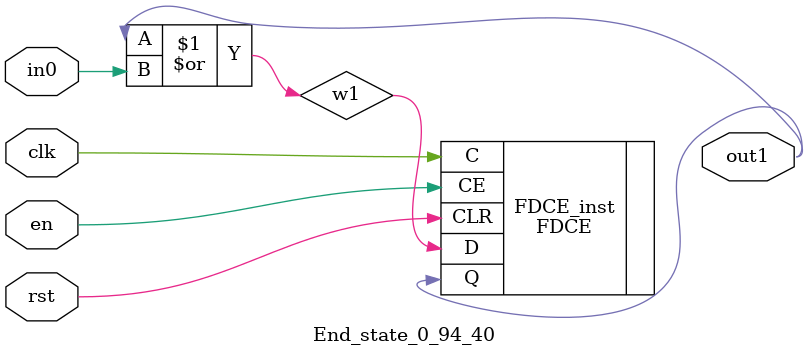
<source format=v>
module engine_0_94(out,clk,sod,en, in_1, in_3, in_4, in_6, in_7, in_8, in_9, in_12, in_14, in_15, in_16, in_17, in_18, in_19, in_26, in_27, in_30, in_32, in_35, in_38, in_41, in_42);
//pcre: /new\s*ActiveXObject\(\s*String\.fromCharCode\(/smi
//block char: \x20[8], N[0], O[0], G[0], I[0], S[0], H[0], \x2E[8], v[0], a[0], r[0], e[0], c[0], d[0], x[0], j[0], t[0], w[0], f[0], B[0], M[0], \x28[8], 

	input clk,sod,en;

	input in_1, in_3, in_4, in_6, in_7, in_8, in_9, in_12, in_14, in_15, in_16, in_17, in_18, in_19, in_26, in_27, in_30, in_32, in_35, in_38, in_41, in_42;
	output out;

	assign w0 = 1'b1;
	state_0_94_1 BlockState_0_94_1 (w1,in_3,clk,en,sod,w0);
	state_0_94_2 BlockState_0_94_2 (w2,in_17,clk,en,sod,w1);
	state_0_94_3 BlockState_0_94_3 (w3,in_32,clk,en,sod,w2);
	state_0_94_4 BlockState_0_94_4 (w4,in_1,clk,en,sod,w4,w3);
	state_0_94_5 BlockState_0_94_5 (w5,in_15,clk,en,sod,w3,w4);
	state_0_94_6 BlockState_0_94_6 (w6,in_18,clk,en,sod,w5);
	state_0_94_7 BlockState_0_94_7 (w7,in_30,clk,en,sod,w6);
	state_0_94_8 BlockState_0_94_8 (w8,in_7,clk,en,sod,w7);
	state_0_94_9 BlockState_0_94_9 (w9,in_14,clk,en,sod,w8);
	state_0_94_10 BlockState_0_94_10 (w10,in_17,clk,en,sod,w9);
	state_0_94_11 BlockState_0_94_11 (w11,in_26,clk,en,sod,w10);
	state_0_94_12 BlockState_0_94_12 (w12,in_4,clk,en,sod,w11);
	state_0_94_13 BlockState_0_94_13 (w13,in_38,clk,en,sod,w12);
	state_0_94_14 BlockState_0_94_14 (w14,in_27,clk,en,sod,w13);
	state_0_94_15 BlockState_0_94_15 (w15,in_17,clk,en,sod,w14);
	state_0_94_16 BlockState_0_94_16 (w16,in_18,clk,en,sod,w15);
	state_0_94_17 BlockState_0_94_17 (w17,in_30,clk,en,sod,w16);
	state_0_94_18 BlockState_0_94_18 (w18,in_42,clk,en,sod,w17);
	state_0_94_19 BlockState_0_94_19 (w19,in_1,clk,en,sod,w19,w18);
	state_0_94_20 BlockState_0_94_20 (w20,in_8,clk,en,sod,w18,w19);
	state_0_94_21 BlockState_0_94_21 (w21,in_30,clk,en,sod,w20);
	state_0_94_22 BlockState_0_94_22 (w22,in_16,clk,en,sod,w21);
	state_0_94_23 BlockState_0_94_23 (w23,in_7,clk,en,sod,w22);
	state_0_94_24 BlockState_0_94_24 (w24,in_3,clk,en,sod,w23);
	state_0_94_25 BlockState_0_94_25 (w25,in_6,clk,en,sod,w24);
	state_0_94_26 BlockState_0_94_26 (w26,in_12,clk,en,sod,w25);
	state_0_94_27 BlockState_0_94_27 (w27,in_35,clk,en,sod,w26);
	state_0_94_28 BlockState_0_94_28 (w28,in_16,clk,en,sod,w27);
	state_0_94_29 BlockState_0_94_29 (w29,in_4,clk,en,sod,w28);
	state_0_94_30 BlockState_0_94_30 (w30,in_41,clk,en,sod,w29);
	state_0_94_31 BlockState_0_94_31 (w31,in_18,clk,en,sod,w30);
	state_0_94_32 BlockState_0_94_32 (w32,in_9,clk,en,sod,w31);
	state_0_94_33 BlockState_0_94_33 (w33,in_15,clk,en,sod,w32);
	state_0_94_34 BlockState_0_94_34 (w34,in_16,clk,en,sod,w33);
	state_0_94_35 BlockState_0_94_35 (w35,in_18,clk,en,sod,w34);
	state_0_94_36 BlockState_0_94_36 (w36,in_4,clk,en,sod,w35);
	state_0_94_37 BlockState_0_94_37 (w37,in_19,clk,en,sod,w36);
	state_0_94_38 BlockState_0_94_38 (w38,in_17,clk,en,sod,w37);
	state_0_94_39 BlockState_0_94_39 (w39,in_42,clk,en,sod,w38);
	End_state_0_94_40 BlockState_0_94_40 (out,clk,en,sod,w39);
endmodule

module state_0_94_1(out1,in_char,clk,en,rst,in0);
	input in_char,clk,en,rst,in0;
	output out1;
	wire w1,w2;
	assign w1 = in0; 
	and(w2,in_char,w1);
	FDCE #(.INIT(1'b0)) FDCE_inst (
		.Q(out1),
		.C(clk),
		.CE(en),
		.CLR(rst),
		.D(w2)
);
endmodule

module state_0_94_2(out1,in_char,clk,en,rst,in0);
	input in_char,clk,en,rst,in0;
	output out1;
	wire w1,w2;
	assign w1 = in0; 
	and(w2,in_char,w1);
	FDCE #(.INIT(1'b0)) FDCE_inst (
		.Q(out1),
		.C(clk),
		.CE(en),
		.CLR(rst),
		.D(w2)
);
endmodule

module state_0_94_3(out1,in_char,clk,en,rst,in0);
	input in_char,clk,en,rst,in0;
	output out1;
	wire w1,w2;
	assign w1 = in0; 
	and(w2,in_char,w1);
	FDCE #(.INIT(1'b0)) FDCE_inst (
		.Q(out1),
		.C(clk),
		.CE(en),
		.CLR(rst),
		.D(w2)
);
endmodule

module state_0_94_4(out1,in_char,clk,en,rst,in0,in1);
	input in_char,clk,en,rst,in0,in1;
	output out1;
	wire w1,w2;
	or(w1,in0,in1);
	and(w2,in_char,w1);
	FDCE #(.INIT(1'b0)) FDCE_inst (
		.Q(out1),
		.C(clk),
		.CE(en),
		.CLR(rst),
		.D(w2)
);
endmodule

module state_0_94_5(out1,in_char,clk,en,rst,in0,in1);
	input in_char,clk,en,rst,in0,in1;
	output out1;
	wire w1,w2;
	or(w1,in0,in1);
	and(w2,in_char,w1);
	FDCE #(.INIT(1'b0)) FDCE_inst (
		.Q(out1),
		.C(clk),
		.CE(en),
		.CLR(rst),
		.D(w2)
);
endmodule

module state_0_94_6(out1,in_char,clk,en,rst,in0);
	input in_char,clk,en,rst,in0;
	output out1;
	wire w1,w2;
	assign w1 = in0; 
	and(w2,in_char,w1);
	FDCE #(.INIT(1'b0)) FDCE_inst (
		.Q(out1),
		.C(clk),
		.CE(en),
		.CLR(rst),
		.D(w2)
);
endmodule

module state_0_94_7(out1,in_char,clk,en,rst,in0);
	input in_char,clk,en,rst,in0;
	output out1;
	wire w1,w2;
	assign w1 = in0; 
	and(w2,in_char,w1);
	FDCE #(.INIT(1'b0)) FDCE_inst (
		.Q(out1),
		.C(clk),
		.CE(en),
		.CLR(rst),
		.D(w2)
);
endmodule

module state_0_94_8(out1,in_char,clk,en,rst,in0);
	input in_char,clk,en,rst,in0;
	output out1;
	wire w1,w2;
	assign w1 = in0; 
	and(w2,in_char,w1);
	FDCE #(.INIT(1'b0)) FDCE_inst (
		.Q(out1),
		.C(clk),
		.CE(en),
		.CLR(rst),
		.D(w2)
);
endmodule

module state_0_94_9(out1,in_char,clk,en,rst,in0);
	input in_char,clk,en,rst,in0;
	output out1;
	wire w1,w2;
	assign w1 = in0; 
	and(w2,in_char,w1);
	FDCE #(.INIT(1'b0)) FDCE_inst (
		.Q(out1),
		.C(clk),
		.CE(en),
		.CLR(rst),
		.D(w2)
);
endmodule

module state_0_94_10(out1,in_char,clk,en,rst,in0);
	input in_char,clk,en,rst,in0;
	output out1;
	wire w1,w2;
	assign w1 = in0; 
	and(w2,in_char,w1);
	FDCE #(.INIT(1'b0)) FDCE_inst (
		.Q(out1),
		.C(clk),
		.CE(en),
		.CLR(rst),
		.D(w2)
);
endmodule

module state_0_94_11(out1,in_char,clk,en,rst,in0);
	input in_char,clk,en,rst,in0;
	output out1;
	wire w1,w2;
	assign w1 = in0; 
	and(w2,in_char,w1);
	FDCE #(.INIT(1'b0)) FDCE_inst (
		.Q(out1),
		.C(clk),
		.CE(en),
		.CLR(rst),
		.D(w2)
);
endmodule

module state_0_94_12(out1,in_char,clk,en,rst,in0);
	input in_char,clk,en,rst,in0;
	output out1;
	wire w1,w2;
	assign w1 = in0; 
	and(w2,in_char,w1);
	FDCE #(.INIT(1'b0)) FDCE_inst (
		.Q(out1),
		.C(clk),
		.CE(en),
		.CLR(rst),
		.D(w2)
);
endmodule

module state_0_94_13(out1,in_char,clk,en,rst,in0);
	input in_char,clk,en,rst,in0;
	output out1;
	wire w1,w2;
	assign w1 = in0; 
	and(w2,in_char,w1);
	FDCE #(.INIT(1'b0)) FDCE_inst (
		.Q(out1),
		.C(clk),
		.CE(en),
		.CLR(rst),
		.D(w2)
);
endmodule

module state_0_94_14(out1,in_char,clk,en,rst,in0);
	input in_char,clk,en,rst,in0;
	output out1;
	wire w1,w2;
	assign w1 = in0; 
	and(w2,in_char,w1);
	FDCE #(.INIT(1'b0)) FDCE_inst (
		.Q(out1),
		.C(clk),
		.CE(en),
		.CLR(rst),
		.D(w2)
);
endmodule

module state_0_94_15(out1,in_char,clk,en,rst,in0);
	input in_char,clk,en,rst,in0;
	output out1;
	wire w1,w2;
	assign w1 = in0; 
	and(w2,in_char,w1);
	FDCE #(.INIT(1'b0)) FDCE_inst (
		.Q(out1),
		.C(clk),
		.CE(en),
		.CLR(rst),
		.D(w2)
);
endmodule

module state_0_94_16(out1,in_char,clk,en,rst,in0);
	input in_char,clk,en,rst,in0;
	output out1;
	wire w1,w2;
	assign w1 = in0; 
	and(w2,in_char,w1);
	FDCE #(.INIT(1'b0)) FDCE_inst (
		.Q(out1),
		.C(clk),
		.CE(en),
		.CLR(rst),
		.D(w2)
);
endmodule

module state_0_94_17(out1,in_char,clk,en,rst,in0);
	input in_char,clk,en,rst,in0;
	output out1;
	wire w1,w2;
	assign w1 = in0; 
	and(w2,in_char,w1);
	FDCE #(.INIT(1'b0)) FDCE_inst (
		.Q(out1),
		.C(clk),
		.CE(en),
		.CLR(rst),
		.D(w2)
);
endmodule

module state_0_94_18(out1,in_char,clk,en,rst,in0);
	input in_char,clk,en,rst,in0;
	output out1;
	wire w1,w2;
	assign w1 = in0; 
	and(w2,in_char,w1);
	FDCE #(.INIT(1'b0)) FDCE_inst (
		.Q(out1),
		.C(clk),
		.CE(en),
		.CLR(rst),
		.D(w2)
);
endmodule

module state_0_94_19(out1,in_char,clk,en,rst,in0,in1);
	input in_char,clk,en,rst,in0,in1;
	output out1;
	wire w1,w2;
	or(w1,in0,in1);
	and(w2,in_char,w1);
	FDCE #(.INIT(1'b0)) FDCE_inst (
		.Q(out1),
		.C(clk),
		.CE(en),
		.CLR(rst),
		.D(w2)
);
endmodule

module state_0_94_20(out1,in_char,clk,en,rst,in0,in1);
	input in_char,clk,en,rst,in0,in1;
	output out1;
	wire w1,w2;
	or(w1,in0,in1);
	and(w2,in_char,w1);
	FDCE #(.INIT(1'b0)) FDCE_inst (
		.Q(out1),
		.C(clk),
		.CE(en),
		.CLR(rst),
		.D(w2)
);
endmodule

module state_0_94_21(out1,in_char,clk,en,rst,in0);
	input in_char,clk,en,rst,in0;
	output out1;
	wire w1,w2;
	assign w1 = in0; 
	and(w2,in_char,w1);
	FDCE #(.INIT(1'b0)) FDCE_inst (
		.Q(out1),
		.C(clk),
		.CE(en),
		.CLR(rst),
		.D(w2)
);
endmodule

module state_0_94_22(out1,in_char,clk,en,rst,in0);
	input in_char,clk,en,rst,in0;
	output out1;
	wire w1,w2;
	assign w1 = in0; 
	and(w2,in_char,w1);
	FDCE #(.INIT(1'b0)) FDCE_inst (
		.Q(out1),
		.C(clk),
		.CE(en),
		.CLR(rst),
		.D(w2)
);
endmodule

module state_0_94_23(out1,in_char,clk,en,rst,in0);
	input in_char,clk,en,rst,in0;
	output out1;
	wire w1,w2;
	assign w1 = in0; 
	and(w2,in_char,w1);
	FDCE #(.INIT(1'b0)) FDCE_inst (
		.Q(out1),
		.C(clk),
		.CE(en),
		.CLR(rst),
		.D(w2)
);
endmodule

module state_0_94_24(out1,in_char,clk,en,rst,in0);
	input in_char,clk,en,rst,in0;
	output out1;
	wire w1,w2;
	assign w1 = in0; 
	and(w2,in_char,w1);
	FDCE #(.INIT(1'b0)) FDCE_inst (
		.Q(out1),
		.C(clk),
		.CE(en),
		.CLR(rst),
		.D(w2)
);
endmodule

module state_0_94_25(out1,in_char,clk,en,rst,in0);
	input in_char,clk,en,rst,in0;
	output out1;
	wire w1,w2;
	assign w1 = in0; 
	and(w2,in_char,w1);
	FDCE #(.INIT(1'b0)) FDCE_inst (
		.Q(out1),
		.C(clk),
		.CE(en),
		.CLR(rst),
		.D(w2)
);
endmodule

module state_0_94_26(out1,in_char,clk,en,rst,in0);
	input in_char,clk,en,rst,in0;
	output out1;
	wire w1,w2;
	assign w1 = in0; 
	and(w2,in_char,w1);
	FDCE #(.INIT(1'b0)) FDCE_inst (
		.Q(out1),
		.C(clk),
		.CE(en),
		.CLR(rst),
		.D(w2)
);
endmodule

module state_0_94_27(out1,in_char,clk,en,rst,in0);
	input in_char,clk,en,rst,in0;
	output out1;
	wire w1,w2;
	assign w1 = in0; 
	and(w2,in_char,w1);
	FDCE #(.INIT(1'b0)) FDCE_inst (
		.Q(out1),
		.C(clk),
		.CE(en),
		.CLR(rst),
		.D(w2)
);
endmodule

module state_0_94_28(out1,in_char,clk,en,rst,in0);
	input in_char,clk,en,rst,in0;
	output out1;
	wire w1,w2;
	assign w1 = in0; 
	and(w2,in_char,w1);
	FDCE #(.INIT(1'b0)) FDCE_inst (
		.Q(out1),
		.C(clk),
		.CE(en),
		.CLR(rst),
		.D(w2)
);
endmodule

module state_0_94_29(out1,in_char,clk,en,rst,in0);
	input in_char,clk,en,rst,in0;
	output out1;
	wire w1,w2;
	assign w1 = in0; 
	and(w2,in_char,w1);
	FDCE #(.INIT(1'b0)) FDCE_inst (
		.Q(out1),
		.C(clk),
		.CE(en),
		.CLR(rst),
		.D(w2)
);
endmodule

module state_0_94_30(out1,in_char,clk,en,rst,in0);
	input in_char,clk,en,rst,in0;
	output out1;
	wire w1,w2;
	assign w1 = in0; 
	and(w2,in_char,w1);
	FDCE #(.INIT(1'b0)) FDCE_inst (
		.Q(out1),
		.C(clk),
		.CE(en),
		.CLR(rst),
		.D(w2)
);
endmodule

module state_0_94_31(out1,in_char,clk,en,rst,in0);
	input in_char,clk,en,rst,in0;
	output out1;
	wire w1,w2;
	assign w1 = in0; 
	and(w2,in_char,w1);
	FDCE #(.INIT(1'b0)) FDCE_inst (
		.Q(out1),
		.C(clk),
		.CE(en),
		.CLR(rst),
		.D(w2)
);
endmodule

module state_0_94_32(out1,in_char,clk,en,rst,in0);
	input in_char,clk,en,rst,in0;
	output out1;
	wire w1,w2;
	assign w1 = in0; 
	and(w2,in_char,w1);
	FDCE #(.INIT(1'b0)) FDCE_inst (
		.Q(out1),
		.C(clk),
		.CE(en),
		.CLR(rst),
		.D(w2)
);
endmodule

module state_0_94_33(out1,in_char,clk,en,rst,in0);
	input in_char,clk,en,rst,in0;
	output out1;
	wire w1,w2;
	assign w1 = in0; 
	and(w2,in_char,w1);
	FDCE #(.INIT(1'b0)) FDCE_inst (
		.Q(out1),
		.C(clk),
		.CE(en),
		.CLR(rst),
		.D(w2)
);
endmodule

module state_0_94_34(out1,in_char,clk,en,rst,in0);
	input in_char,clk,en,rst,in0;
	output out1;
	wire w1,w2;
	assign w1 = in0; 
	and(w2,in_char,w1);
	FDCE #(.INIT(1'b0)) FDCE_inst (
		.Q(out1),
		.C(clk),
		.CE(en),
		.CLR(rst),
		.D(w2)
);
endmodule

module state_0_94_35(out1,in_char,clk,en,rst,in0);
	input in_char,clk,en,rst,in0;
	output out1;
	wire w1,w2;
	assign w1 = in0; 
	and(w2,in_char,w1);
	FDCE #(.INIT(1'b0)) FDCE_inst (
		.Q(out1),
		.C(clk),
		.CE(en),
		.CLR(rst),
		.D(w2)
);
endmodule

module state_0_94_36(out1,in_char,clk,en,rst,in0);
	input in_char,clk,en,rst,in0;
	output out1;
	wire w1,w2;
	assign w1 = in0; 
	and(w2,in_char,w1);
	FDCE #(.INIT(1'b0)) FDCE_inst (
		.Q(out1),
		.C(clk),
		.CE(en),
		.CLR(rst),
		.D(w2)
);
endmodule

module state_0_94_37(out1,in_char,clk,en,rst,in0);
	input in_char,clk,en,rst,in0;
	output out1;
	wire w1,w2;
	assign w1 = in0; 
	and(w2,in_char,w1);
	FDCE #(.INIT(1'b0)) FDCE_inst (
		.Q(out1),
		.C(clk),
		.CE(en),
		.CLR(rst),
		.D(w2)
);
endmodule

module state_0_94_38(out1,in_char,clk,en,rst,in0);
	input in_char,clk,en,rst,in0;
	output out1;
	wire w1,w2;
	assign w1 = in0; 
	and(w2,in_char,w1);
	FDCE #(.INIT(1'b0)) FDCE_inst (
		.Q(out1),
		.C(clk),
		.CE(en),
		.CLR(rst),
		.D(w2)
);
endmodule

module state_0_94_39(out1,in_char,clk,en,rst,in0);
	input in_char,clk,en,rst,in0;
	output out1;
	wire w1,w2;
	assign w1 = in0; 
	and(w2,in_char,w1);
	FDCE #(.INIT(1'b0)) FDCE_inst (
		.Q(out1),
		.C(clk),
		.CE(en),
		.CLR(rst),
		.D(w2)
);
endmodule

module End_state_0_94_40(out1,clk,en,rst,in0);
	input clk,rst,en,in0;
	output out1;
	wire w1;
	or(w1,out1,in0);
	FDCE #(.INIT(1'b0)) FDCE_inst (
		.Q(out1),
		.C(clk),
		.CE(en),
		.CLR(rst),
		.D(w1)
);
endmodule


</source>
